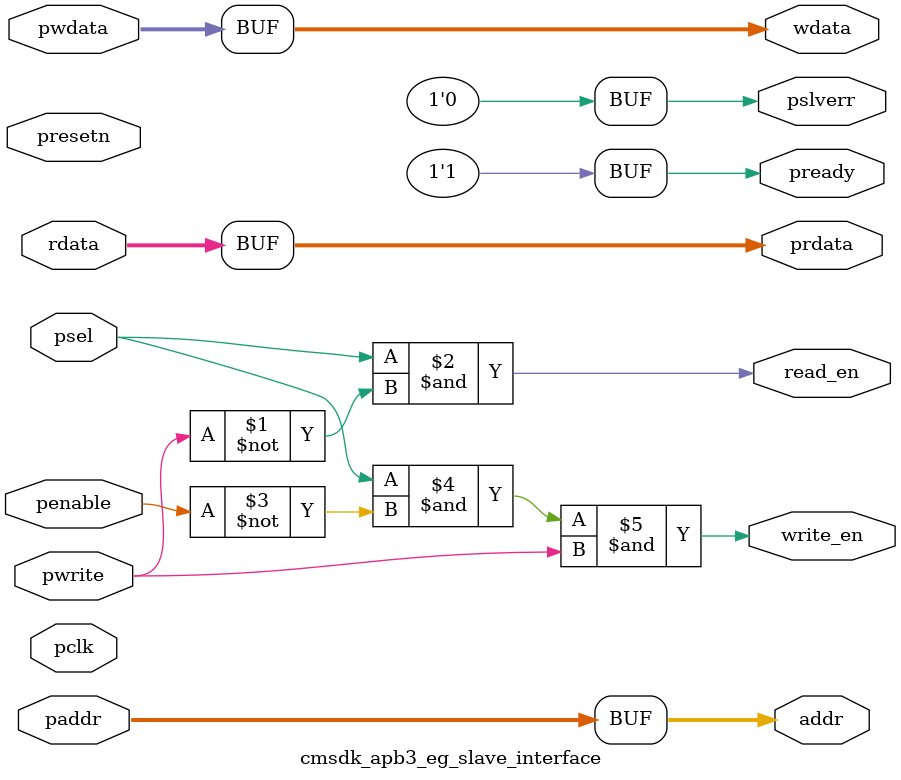
<source format=v>

module cmsdk_apb3_eg_slave_interface #(
  // parameter for address width
  parameter ADDRWIDTH = 12)
 (
  // IO declaration

  input  wire                    pclk,     // pclk
  input  wire                    presetn,  // reset

  // apb interface inputs
  input  wire                    psel,
  input  wire [ADDRWIDTH-1:0]    paddr,
  input  wire                    penable,
  input  wire                    pwrite,
  input  wire [31:0]             pwdata,

  // apb interface outputs
  output wire [31:0]             prdata,
  output wire                    pready,
  output wire                    pslverr,

  // Data register read/write interface
  output wire [ADDRWIDTH-1:0]    addr,
  output wire                    read_en,
  output wire                    write_en,
  output wire [31:0]             wdata,
  input  wire [31:0]             rdata);

 //------------------------------------------------------------------------------
 // module logic start
 //------------------------------------------------------------------------------

// APB interface
assign   pready  = 1'b1; //always ready. Can be customized to support waitstate if required.
assign   pslverr = 1'b0; //alwyas OKAY. Can be customized to support error response if required.


// register read and write signal
assign  addr = paddr;
assign  read_en  = psel & (~pwrite); // assert for whole apb read transfer
assign  write_en = psel & (~penable) & pwrite; // assert for 1st cycle of write transfer
        // It is also possible to change the design to perform the write in the 2nd
        // APB cycle.   E.g.
        //   assign write_en = psel & penable & pwrite;
        // However, if the design generate waitstate, this expression will result
        // in write_en being asserted for multiple cycles.
assign  wdata       = pwdata;
assign  prdata      = rdata;


`ifdef ARM_APB_ASSERT_ON

 `include "std_ovl_defines.h"
  // ------------------------------------------------------------
  // Assertions
  // ------------------------------------------------------------

  // Check error response should not be generated if not selected
    assert_never
     #(`OVL_ERROR,
       `OVL_ASSERT,
       "Error! Should not generate error response if not selected")
     u_ovl_apb3_eg_slave_response_illegal
     (.clk        (pclk),
      .reset_n    (presetn),
      .test_expr  (pslverr & pready & (~psel))
      );

`endif

 //------------------------------------------------------------------------------
 // module logic end
 //------------------------------------------------------------------------------

endmodule



</source>
